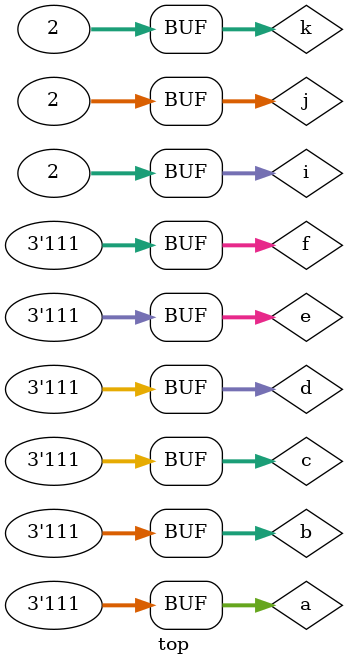
<source format=v>
module top;
    reg [2:0] a = 3'b111;
    reg [2:0] b = 3'b111;
    reg [2:0] c = 3'b111;
    reg [2:0] d = 3'b111;
    reg [2:0] e = 3'b111;
    reg [2:0] f = 3'b111;
    integer i = 2;
    integer j = 2;
    integer k = 2;
    initial begin
        $display("A: 000 -> 000000");
        $display("A: 001 -> 121424");
        $display("A: 010 -> 214142");
        $display("A: 011 -> 335566");
        $display("A: 100 -> 442211");
        $display("A: 101 -> 563635");
        $display("A: 110 -> 656353");
        $display("A: 111 -> 777777");
        $display("B: 000 -> 000000");
        $display("B: 001 -> 214241");
        $display("B: 010 -> 141422");
        $display("B: 011 -> 355663");
        $display("B: 100 -> 422114");
        $display("B: 101 -> 636355");
        $display("B: 110 -> 563536");
        $display("B: 111 -> 777777");
        $display("C: 000 -> 000000");
        $display("C: 001 -> 142412");
        $display("C: 010 -> 414221");
        $display("C: 011 -> 556633");
        $display("C: 100 -> 221144");
        $display("C: 101 -> 363556");
        $display("C: 110 -> 635365");
        $display("C: 111 -> 777777");
        $display("D: 000 -> 000000");
        $display("D: 001 -> 424121");
        $display("D: 010 -> 142214");
        $display("D: 011 -> 566335");
        $display("D: 100 -> 211442");
        $display("D: 101 -> 635563");
        $display("D: 110 -> 353656");
        $display("D: 111 -> 777777");
        $display("E: 000 -> 000000");
        $display("E: 001 -> 241214");
        $display("E: 010 -> 422141");
        $display("E: 011 -> 663355");
        $display("E: 100 -> 114422");
        $display("E: 101 -> 355636");
        $display("E: 110 -> 536563");
        $display("E: 111 -> 777777");
        $display("F: 000 -> 000000");
        $display("F: 001 -> 412142");
        $display("F: 010 -> 221414");
        $display("F: 011 -> 633556");
        $display("F: 100 -> 144221");
        $display("F: 101 -> 556363");
        $display("F: 110 -> 365635");
        $display("F: 111 -> 777777");
    end
endmodule

</source>
